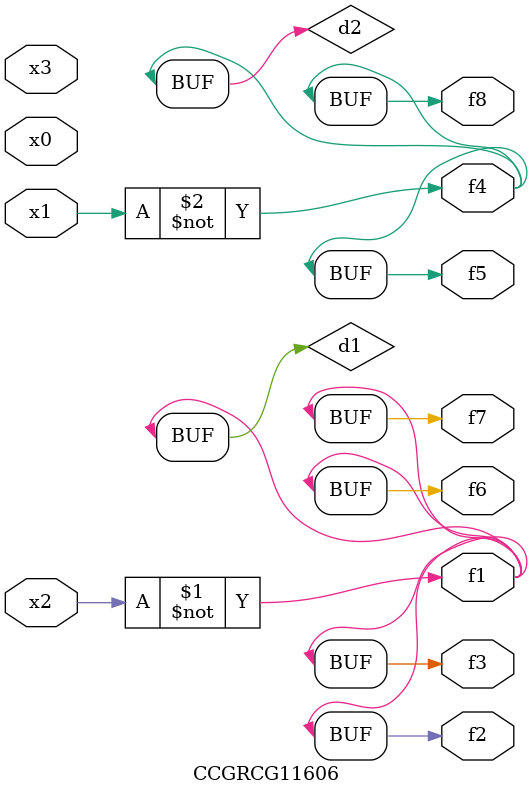
<source format=v>
module CCGRCG11606(
	input x0, x1, x2, x3,
	output f1, f2, f3, f4, f5, f6, f7, f8
);

	wire d1, d2;

	xnor (d1, x2);
	not (d2, x1);
	assign f1 = d1;
	assign f2 = d1;
	assign f3 = d1;
	assign f4 = d2;
	assign f5 = d2;
	assign f6 = d1;
	assign f7 = d1;
	assign f8 = d2;
endmodule

</source>
